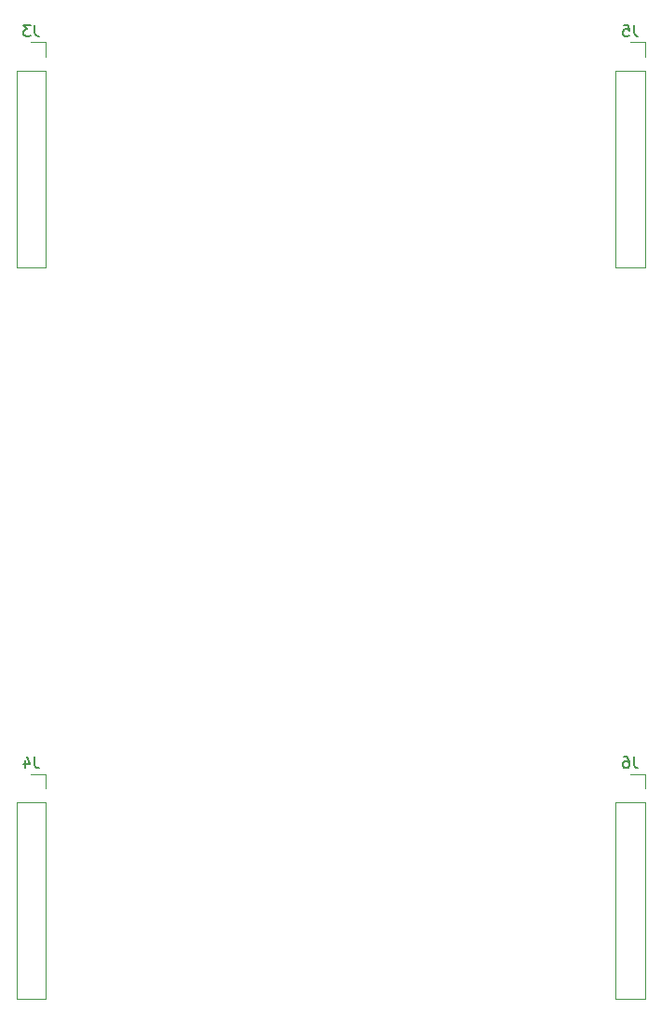
<source format=gbr>
G04 #@! TF.GenerationSoftware,KiCad,Pcbnew,(5.1.5)-3*
G04 #@! TF.CreationDate,2020-09-27T14:55:58+01:00*
G04 #@! TF.ProjectId,Alligator_Components,416c6c69-6761-4746-9f72-5f436f6d706f,rev?*
G04 #@! TF.SameCoordinates,Original*
G04 #@! TF.FileFunction,Legend,Bot*
G04 #@! TF.FilePolarity,Positive*
%FSLAX46Y46*%
G04 Gerber Fmt 4.6, Leading zero omitted, Abs format (unit mm)*
G04 Created by KiCad (PCBNEW (5.1.5)-3) date 2020-09-27 14:55:58*
%MOMM*%
%LPD*%
G04 APERTURE LIST*
%ADD10C,0.120000*%
%ADD11C,0.150000*%
G04 APERTURE END LIST*
D10*
X158330000Y-149110000D02*
X155670000Y-149110000D01*
X158330000Y-131270000D02*
X158330000Y-149110000D01*
X155670000Y-131270000D02*
X155670000Y-149110000D01*
X158330000Y-131270000D02*
X155670000Y-131270000D01*
X158330000Y-130000000D02*
X158330000Y-128670000D01*
X158330000Y-128670000D02*
X157000000Y-128670000D01*
X158330000Y-82610000D02*
X155670000Y-82610000D01*
X158330000Y-64770000D02*
X158330000Y-82610000D01*
X155670000Y-64770000D02*
X155670000Y-82610000D01*
X158330000Y-64770000D02*
X155670000Y-64770000D01*
X158330000Y-63500000D02*
X158330000Y-62170000D01*
X158330000Y-62170000D02*
X157000000Y-62170000D01*
X103830000Y-149110000D02*
X101170000Y-149110000D01*
X103830000Y-131270000D02*
X103830000Y-149110000D01*
X101170000Y-131270000D02*
X101170000Y-149110000D01*
X103830000Y-131270000D02*
X101170000Y-131270000D01*
X103830000Y-130000000D02*
X103830000Y-128670000D01*
X103830000Y-128670000D02*
X102500000Y-128670000D01*
X103830000Y-82610000D02*
X101170000Y-82610000D01*
X103830000Y-64770000D02*
X103830000Y-82610000D01*
X101170000Y-64770000D02*
X101170000Y-82610000D01*
X103830000Y-64770000D02*
X101170000Y-64770000D01*
X103830000Y-63500000D02*
X103830000Y-62170000D01*
X103830000Y-62170000D02*
X102500000Y-62170000D01*
D11*
X157333333Y-127122380D02*
X157333333Y-127836666D01*
X157380952Y-127979523D01*
X157476190Y-128074761D01*
X157619047Y-128122380D01*
X157714285Y-128122380D01*
X156428571Y-127122380D02*
X156619047Y-127122380D01*
X156714285Y-127170000D01*
X156761904Y-127217619D01*
X156857142Y-127360476D01*
X156904761Y-127550952D01*
X156904761Y-127931904D01*
X156857142Y-128027142D01*
X156809523Y-128074761D01*
X156714285Y-128122380D01*
X156523809Y-128122380D01*
X156428571Y-128074761D01*
X156380952Y-128027142D01*
X156333333Y-127931904D01*
X156333333Y-127693809D01*
X156380952Y-127598571D01*
X156428571Y-127550952D01*
X156523809Y-127503333D01*
X156714285Y-127503333D01*
X156809523Y-127550952D01*
X156857142Y-127598571D01*
X156904761Y-127693809D01*
X157333333Y-60622380D02*
X157333333Y-61336666D01*
X157380952Y-61479523D01*
X157476190Y-61574761D01*
X157619047Y-61622380D01*
X157714285Y-61622380D01*
X156380952Y-60622380D02*
X156857142Y-60622380D01*
X156904761Y-61098571D01*
X156857142Y-61050952D01*
X156761904Y-61003333D01*
X156523809Y-61003333D01*
X156428571Y-61050952D01*
X156380952Y-61098571D01*
X156333333Y-61193809D01*
X156333333Y-61431904D01*
X156380952Y-61527142D01*
X156428571Y-61574761D01*
X156523809Y-61622380D01*
X156761904Y-61622380D01*
X156857142Y-61574761D01*
X156904761Y-61527142D01*
X102833333Y-127122380D02*
X102833333Y-127836666D01*
X102880952Y-127979523D01*
X102976190Y-128074761D01*
X103119047Y-128122380D01*
X103214285Y-128122380D01*
X101928571Y-127455714D02*
X101928571Y-128122380D01*
X102166666Y-127074761D02*
X102404761Y-127789047D01*
X101785714Y-127789047D01*
X102833333Y-60622380D02*
X102833333Y-61336666D01*
X102880952Y-61479523D01*
X102976190Y-61574761D01*
X103119047Y-61622380D01*
X103214285Y-61622380D01*
X102452380Y-60622380D02*
X101833333Y-60622380D01*
X102166666Y-61003333D01*
X102023809Y-61003333D01*
X101928571Y-61050952D01*
X101880952Y-61098571D01*
X101833333Y-61193809D01*
X101833333Y-61431904D01*
X101880952Y-61527142D01*
X101928571Y-61574761D01*
X102023809Y-61622380D01*
X102309523Y-61622380D01*
X102404761Y-61574761D01*
X102452380Y-61527142D01*
M02*

</source>
